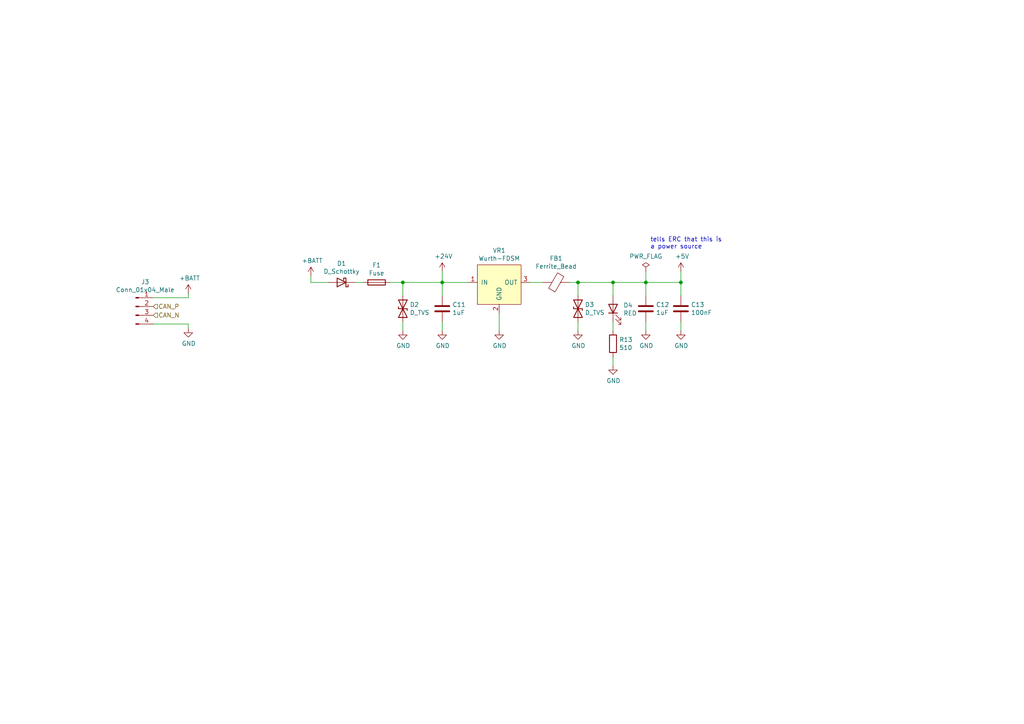
<source format=kicad_sch>
(kicad_sch (version 20230121) (generator eeschema)
  (paper "A4")
  (title_block (title "Vehicle Measurement Unit") (date "2020-02-26") (rev "1.0") (company "KTH Formula Student") (comment 1 "DeV17") (comment 2 "Jordi Altayo") (comment 3 "jordiag@kth.se") (comment 4 "24 to 5 volt power supply\\n\\nDefines the global labels (symbols)"))
  (lib_symbols
    (symbol "Device:C" (pin_numbers hide) (pin_names (offset 0.254))
      (property "Reference" "C" (at 0.635 2.54 0))
      (property "Value" "C" (at 0.635 -2.54 0))
      (symbol "C_0_1"
        (polyline (pts (xy -2.032 -0.762) (xy 2.032 -0.762)) (stroke (width 0.508)))
        (polyline (pts (xy -2.032 0.762) (xy 2.032 0.762)) (stroke (width 0.508)))
      )
      (symbol "C_1_1"
        (pin passive line (at 0 3.81 270) (length 2.794) (name "~") (number "1"))
        (pin passive line (at 0 -3.81 90) (length 2.794) (name "~") (number "2"))
      )
    )
    (symbol "Device:D_Schottky" (pin_numbers hide) (pin_names (offset 1.016) hide)
      (property "Reference" "D" (at 0 2.54 0))
      (property "Value" "D_Schottky" (at 0 -2.54 0))
      (symbol "D_Schottky_0_1"
        (polyline (pts (xy 1.27 0) (xy -1.27 0)))
        (polyline (pts (xy 1.27 1.27) (xy 1.27 -1.27) (xy -1.27 0) (xy 1.27 1.27)) (stroke (width 0.254)))
        (polyline (pts (xy -1.905 0.635) (xy -1.905 1.27) (xy -1.27 1.27) (xy -1.27 -1.27) (xy -0.635 -1.27) (xy -0.635 -0.635)) (stroke (width 0.254)))
      )
      (symbol "D_Schottky_1_1"
        (pin passive line (at -3.81 0 0) (length 2.54) (name "K") (number "1"))
        (pin passive line (at 3.81 0 180) (length 2.54) (name "A") (number "2"))
      )
    )
    (symbol "Device:D_TVS" (pin_numbers hide) (pin_names (offset 1.016) hide)
      (property "Reference" "D" (at 0 2.54 0))
      (property "Value" "D_TVS" (at 0 -2.54 0))
      (symbol "D_TVS_0_1"
        (polyline (pts (xy 1.27 0) (xy -1.27 0)))
        (polyline (pts (xy 0.508 1.27) (xy 0 1.27) (xy 0 -1.27) (xy -0.508 -1.27)) (stroke (width 0.254)))
        (polyline (pts (xy -2.54 1.27) (xy -2.54 -1.27) (xy 2.54 1.27) (xy 2.54 -1.27) (xy -2.54 1.27)) (stroke (width 0.254)))
      )
      (symbol "D_TVS_1_1"
        (pin passive line (at -3.81 0 0) (length 2.54) (name "A1") (number "1"))
        (pin passive line (at 3.81 0 180) (length 2.54) (name "A2") (number "2"))
      )
    )
    (symbol "Device:Fuse" (pin_numbers hide) (pin_names (offset 0))
      (property "Reference" "F" (at 2.032 0 90))
      (property "Value" "Fuse" (at -1.905 0 90))
      (symbol "Fuse_0_1"
        (rectangle (start -0.762 -2.54) (end 0.762 2.54) (stroke (width 0.254)))
        (polyline (pts (xy 0 2.54) (xy 0 -2.54)))
      )
      (symbol "Fuse_1_1"
        (pin passive line (at 0 3.81 270) (length 1.27) (name "~") (number "1"))
        (pin passive line (at 0 -3.81 90) (length 1.27) (name "~") (number "2"))
      )
    )
    (symbol "Device:LED" (pin_numbers hide) (pin_names (offset 1.016) hide)
      (property "Reference" "D" (at 0 2.54 0))
      (property "Value" "LED" (at 0 -2.54 0))
      (symbol "LED_0_1"
        (polyline (pts (xy -1.27 -1.27) (xy -1.27 1.27)) (stroke (width 0.254)))
        (polyline (pts (xy -1.27 0) (xy 1.27 0)))
        (polyline (pts (xy 1.27 -1.27) (xy 1.27 1.27) (xy -1.27 0) (xy 1.27 -1.27)) (stroke (width 0.254)))
        (polyline (pts (xy -3.048 -0.762) (xy -4.572 -2.286) (xy -3.81 -2.286) (xy -4.572 -2.286) (xy -4.572 -1.524)))
        (polyline (pts (xy -1.778 -0.762) (xy -3.302 -2.286) (xy -2.54 -2.286) (xy -3.302 -2.286) (xy -3.302 -1.524)))
      )
      (symbol "LED_1_1"
        (pin passive line (at -3.81 0 0) (length 2.54) (name "K") (number "1"))
        (pin passive line (at 3.81 0 180) (length 2.54) (name "A") (number "2"))
      )
    )
    (symbol "Device:R" (pin_numbers hide) (pin_names (offset 0))
      (property "Reference" "R" (at 2.032 0 90))
      (property "Value" "R" (at 0 0 90))
      (symbol "R_0_1"
        (rectangle (start -1.016 -2.54) (end 1.016 2.54) (stroke (width 0.254)))
      )
      (symbol "R_1_1"
        (pin passive line (at 0 3.81 270) (length 1.27) (name "~") (number "1"))
        (pin passive line (at 0 -3.81 90) (length 1.27) (name "~") (number "2"))
      )
    )
    (symbol "KTHFS:Wurth-FDSM" (pin_names (offset 1.016))
      (property "Reference" "VR" (at -5.08 6.35 0))
      (property "Value" "Wurth-FDSM" (at 0 3.81 0))
      (symbol "Wurth-FDSM_0_1"
        (rectangle (start 6.35 5.08) (end -6.35 -6.35) (fill (type background)))
      )
      (symbol "Wurth-FDSM_1_1"
        (pin power_in line (at -8.89 0 0) (length 2.54) (name "IN") (number "1"))
        (pin power_in line (at 0 -8.89 90) (length 2.54) (name "GND") (number "2"))
        (pin power_out line (at 8.89 0 180) (length 2.54) (name "OUT") (number "3"))
      )
    )
    (symbol "VMU-rescue:Conn_01x04_Male-Connector" (pin_names (offset 1.016) hide)
      (property "Reference" "J" (at 0 5.08 0))
      (property "Value" "Connector_Conn_01x04_Male" (at 0 -7.62 0))
      (symbol "Conn_01x04_Male-Connector_1_1"
        (polyline (pts (xy 1.27 -5.08) (xy 0.8636 -5.08)) (stroke (width 0.1524)))
        (polyline (pts (xy 1.27 -2.54) (xy 0.8636 -2.54)) (stroke (width 0.1524)))
        (polyline (pts (xy 1.27 0) (xy 0.8636 0)) (stroke (width 0.1524)))
        (polyline (pts (xy 1.27 2.54) (xy 0.8636 2.54)) (stroke (width 0.1524)))
        (rectangle (start 0.8636 -4.953) (end 0 -5.207) (stroke (width 0.1524)) (fill (type outline)))
        (rectangle (start 0.8636 -2.413) (end 0 -2.667) (stroke (width 0.1524)) (fill (type outline)))
        (rectangle (start 0.8636 0.127) (end 0 -0.127) (stroke (width 0.1524)) (fill (type outline)))
        (rectangle (start 0.8636 2.667) (end 0 2.413) (stroke (width 0.1524)) (fill (type outline)))
        (pin passive line (at 5.08 2.54 180) (length 3.81) (name "Pin_1") (number "1"))
        (pin passive line (at 5.08 0 180) (length 3.81) (name "Pin_2") (number "2"))
        (pin passive line (at 5.08 -2.54 180) (length 3.81) (name "Pin_3") (number "3"))
        (pin passive line (at 5.08 -5.08 180) (length 3.81) (name "Pin_4") (number "4"))
      )
    )
    (symbol "VMU-rescue:Ferrite_Bead-Device" (pin_numbers hide) (pin_names (offset 0))
      (property "Reference" "FB" (at -3.81 0.635 90))
      (property "Value" "Device_Ferrite_Bead" (at 3.81 0 90))
      (symbol "Ferrite_Bead-Device_0_1"
        (polyline (pts (xy 0 -1.27) (xy 0 -1.2192)))
        (polyline (pts (xy 0 1.27) (xy 0 1.2954)))
        (polyline (pts (xy -2.7686 0.4064) (xy -1.7018 2.2606) (xy 2.7686 -0.3048) (xy 1.6764 -2.159) (xy -2.7686 0.4064)))
      )
      (symbol "Ferrite_Bead-Device_1_1"
        (pin passive line (at 0 3.81 270) (length 2.54) (name "~") (number "1"))
        (pin passive line (at 0 -3.81 90) (length 2.54) (name "~") (number "2"))
      )
    )
    (symbol "power:+24V" (power) (pin_names (offset 0))
      (property "Value" "+24V" (at 0 3.556 0))
      (symbol "+24V_0_1"
        (polyline (pts (xy -0.762 1.27) (xy 0 2.54)))
        (polyline (pts (xy 0 0) (xy 0 2.54)))
        (polyline (pts (xy 0 2.54) (xy 0.762 1.27)))
      )
      (symbol "+24V_1_1"
        (pin power_in line (at 0 0 90) (length 0) hide (name "+24V") (number "1"))
      )
    )
    (symbol "power:+5V" (power) (pin_names (offset 0))
      (property "Value" "+5V" (at 0 3.556 0))
      (symbol "+5V_0_1"
        (polyline (pts (xy -0.762 1.27) (xy 0 2.54)))
        (polyline (pts (xy 0 0) (xy 0 2.54)))
        (polyline (pts (xy 0 2.54) (xy 0.762 1.27)))
      )
      (symbol "+5V_1_1"
        (pin power_in line (at 0 0 90) (length 0) hide (name "+5V") (number "1"))
      )
    )
    (symbol "power:+BATT" (power) (pin_names (offset 0))
      (property "Value" "+BATT" (at 0 3.556 0))
      (symbol "+BATT_0_1"
        (polyline (pts (xy -0.762 1.27) (xy 0 2.54)))
        (polyline (pts (xy 0 0) (xy 0 2.54)))
        (polyline (pts (xy 0 2.54) (xy 0.762 1.27)))
      )
      (symbol "+BATT_1_1"
        (pin power_in line (at 0 0 90) (length 0) hide (name "+BATT") (number "1"))
      )
    )
    (symbol "power:GND" (power) (pin_names (offset 0))
      (property "Value" "GND" (at 0 -3.81 0))
      (symbol "GND_0_1"
        (polyline (pts (xy 0 0) (xy 0 -1.27) (xy 1.27 -1.27) (xy 0 -2.54) (xy -1.27 -1.27) (xy 0 -1.27)))
      )
      (symbol "GND_1_1"
        (pin power_in line (at 0 0 270) (length 0) hide (name "GND") (number "1"))
      )
    )
    (symbol "power:PWR_FLAG" (power) (pin_numbers hide) (pin_names (offset 0) hide)
      (property "Value" "PWR_FLAG" (at 0 3.81 0))
      (symbol "PWR_FLAG_0_0"
        (pin power_out line (at 0 0 90) (length 0) (name "pwr") (number "1"))
      )
      (symbol "PWR_FLAG_0_1"
        (polyline (pts (xy 0 0) (xy 0 1.27) (xy -1.016 1.905) (xy 0 2.54) (xy 1.016 1.905) (xy 0 1.27)))
      )
    )
  )
  (junction (at 177.8 81.915))
  (junction (at 128.27 81.915))
  (junction (at 116.84 81.915))
  (junction (at 197.485 81.915))
  (junction (at 187.325 81.915))
  (junction (at 167.64 81.915))
  (wire (pts (xy 116.84 95.885) (xy 116.84 93.345)))
  (wire (pts (xy 44.45 86.36) (xy 54.61 86.36)))
  (wire (pts (xy 102.87 81.915) (xy 105.41 81.915)))
  (wire (pts (xy 197.485 85.725) (xy 197.485 81.915)))
  (wire (pts (xy 177.8 81.915) (xy 187.325 81.915)))
  (wire (pts (xy 128.27 81.915) (xy 116.84 81.915)))
  (wire (pts (xy 187.325 85.725) (xy 187.325 81.915)))
  (wire (pts (xy 54.61 85.09) (xy 54.61 86.36)))
  (wire (pts (xy 128.27 85.725) (xy 128.27 81.915)))
  (wire (pts (xy 167.64 85.725) (xy 167.64 81.915)))
  (wire (pts (xy 187.325 95.885) (xy 187.325 93.345)))
  (wire (pts (xy 165.1 81.915) (xy 167.64 81.915)))
  (wire (pts (xy 167.64 81.915) (xy 177.8 81.915)))
  (wire (pts (xy 177.8 85.725) (xy 177.8 81.915)))
  (wire (pts (xy 197.485 95.885) (xy 197.485 93.345)))
  (wire (pts (xy 177.8 106.045) (xy 177.8 103.505)))
  (wire (pts (xy 116.84 85.725) (xy 116.84 81.915)))
  (wire (pts (xy 144.78 95.885) (xy 144.78 90.805)))
  (wire (pts (xy 167.64 95.885) (xy 167.64 93.345)))
  (wire (pts (xy 197.485 78.74) (xy 197.485 81.915)))
  (wire (pts (xy 44.45 93.98) (xy 54.61 93.98)))
  (wire (pts (xy 54.61 93.98) (xy 54.61 95.25)))
  (wire (pts (xy 90.17 81.915) (xy 95.25 81.915)))
  (wire (pts (xy 153.67 81.915) (xy 157.48 81.915)))
  (wire (pts (xy 90.17 80.01) (xy 90.17 81.915)))
  (wire (pts (xy 128.27 95.885) (xy 128.27 93.345)))
  (wire (pts (xy 128.27 81.915) (xy 135.89 81.915)))
  (wire (pts (xy 116.84 81.915) (xy 113.03 81.915)))
  (wire (pts (xy 128.27 78.74) (xy 128.27 81.915)))
  (wire (pts (xy 197.485 81.915) (xy 187.325 81.915)))
  (wire (pts (xy 187.325 78.74) (xy 187.325 81.915)))
  (wire (pts (xy 177.8 93.345) (xy 177.8 95.885)))
  (text "tells ERC that this is\na power source" (at 188.595 72.39 0) (effects (font (size 1.27 1.27)) (justify left bottom)))
  (hierarchical_label "CAN_N" (shape input) (at 44.45 91.44 0))
  (hierarchical_label "CAN_P" (shape input) (at 44.45 88.9 0))
  (symbol (lib_id "KTHFS:Wurth-FDSM") (at 144.78 81.915 0) (unit 1)
    (property "Reference" "VR1" (at 144.78 72.644 0))
    (property "Value" "Wurth-FDSM" (at 144.78 74.9554 0))
    (property "Footprint" "KTHFS:Wurth-FDSM" (effects hide))
    (property "Datasheet" "https://katalog.we-online.de/pm/datasheet/173010578.pdf" (effects hide))
  )
  (symbol (lib_id "Device:Fuse") (at 109.22 81.915 270) (unit 1)
    (property "Reference" "F1" (at 109.22 76.9112 90))
    (property "Value" "Fuse" (at 109.22 79.2226 90))
    (property "Footprint" "Fuse:Fuse_1210_3225Metric" (effects hide))
  )
  (symbol (lib_id "Device:D_Schottky") (at 99.06 81.915 180) (unit 1)
    (property "Reference" "D1" (at 99.06 76.4286 0))
    (property "Value" "D_Schottky" (at 99.06 78.74 0))
    (property "Footprint" "Diode_SMD:D_SOD-323" (effects hide))
  )
  (symbol (lib_id "Device:D_TVS") (at 116.84 89.535 270) (unit 1)
    (property "Reference" "D2" (at 118.8466 88.3666 90) (effects (justify left)))
    (property "Value" "D_TVS" (at 118.8466 90.678 90) (effects (justify left)))
    (property "Footprint" "Diode_SMD:D_SOD-323" (effects hide))
  )
  (symbol (lib_id "Device:C") (at 128.27 89.535 0) (unit 1)
    (property "Reference" "C11" (at 131.191 88.3666 0) (effects (justify left)))
    (property "Value" "1uF" (at 131.191 90.678 0) (effects (justify left)))
    (property "Footprint" "Capacitor_SMD:C_0805_2012Metric" (effects hide))
  )
  (symbol (lib_id "power:GND") (at 144.78 95.885 0) (unit 1)
    (property "Reference" "#PWR0103" (effects hide))
    (property "Value" "GND" (at 144.907 100.2792 0))
  )
  (symbol (lib_id "power:GND") (at 128.27 95.885 0) (unit 1)
    (property "Reference" "#PWR0104" (effects hide))
    (property "Value" "GND" (at 128.397 100.2792 0))
  )
  (symbol (lib_id "power:GND") (at 116.84 95.885 0) (unit 1)
    (property "Reference" "#PWR0105" (effects hide))
    (property "Value" "GND" (at 116.967 100.2792 0))
  )
  (symbol (lib_id "Device:D_TVS") (at 167.64 89.535 270) (unit 1)
    (property "Reference" "D3" (at 169.6466 88.3666 90) (effects (justify left)))
    (property "Value" "D_TVS" (at 169.6466 90.678 90) (effects (justify left)))
    (property "Footprint" "Diode_SMD:D_SOD-323" (effects hide))
  )
  (symbol (lib_id "Device:C") (at 187.325 89.535 0) (unit 1)
    (property "Reference" "C12" (at 190.246 88.3666 0) (effects (justify left)))
    (property "Value" "1uF" (at 190.246 90.678 0) (effects (justify left)))
    (property "Footprint" "Capacitor_SMD:C_0805_2012Metric" (effects hide))
  )
  (symbol (lib_id "power:+24V") (at 128.27 78.74 0) (unit 1)
    (property "Reference" "#PWR0106" (effects hide))
    (property "Value" "+24V" (at 128.651 74.3458 0))
  )
  (symbol (lib_id "power:+5V") (at 197.485 78.74 0) (unit 1)
    (property "Reference" "#PWR0107" (effects hide))
    (property "Value" "+5V" (at 197.866 74.3458 0))
  )
  (symbol (lib_id "Device:C") (at 197.485 89.535 0) (unit 1)
    (property "Reference" "C13" (at 200.406 88.3666 0) (effects (justify left)))
    (property "Value" "100nF" (at 200.406 90.678 0) (effects (justify left)))
    (property "Footprint" "Capacitor_SMD:C_0603_1608Metric" (effects hide))
  )
  (symbol (lib_id "power:GND") (at 167.64 95.885 0) (unit 1)
    (property "Reference" "#PWR0108" (effects hide))
    (property "Value" "GND" (at 167.767 100.2792 0))
  )
  (symbol (lib_id "power:GND") (at 187.325 95.885 0) (unit 1)
    (property "Reference" "#PWR0109" (effects hide))
    (property "Value" "GND" (at 187.452 100.2792 0))
  )
  (symbol (lib_id "power:GND") (at 197.485 95.885 0) (unit 1)
    (property "Reference" "#PWR0110" (effects hide))
    (property "Value" "GND" (at 197.612 100.2792 0))
  )
  (symbol (lib_id "power:PWR_FLAG") (at 187.325 78.74 0) (unit 1)
    (property "Reference" "#FLG0101" (effects hide))
    (property "Value" "PWR_FLAG" (at 187.325 74.3458 0))
  )
  (symbol (lib_id "Device:LED") (at 177.8 89.535 90) (unit 1)
    (property "Reference" "D4" (at 180.7972 88.5444 90) (effects (justify right)))
    (property "Value" "RED" (at 180.7972 90.8558 90) (effects (justify right)))
    (property "Footprint" "LED_SMD:LED_0603_1608Metric" (effects hide))
  )
  (symbol (lib_id "Device:R") (at 177.8 99.695 0) (unit 1)
    (property "Reference" "R13" (at 179.578 98.5266 0) (effects (justify left)))
    (property "Value" "510" (at 179.578 100.838 0) (effects (justify left)))
    (property "Footprint" "Resistor_SMD:R_0603_1608Metric" (effects hide))
  )
  (symbol (lib_id "VMU-rescue:Ferrite_Bead-Device") (at 161.29 81.915 270) (unit 1)
    (property "Reference" "FB1" (at 161.29 74.9554 90))
    (property "Value" "Ferrite_Bead" (at 161.29 77.2668 90))
    (property "Footprint" "Inductor_SMD:L_0805_2012Metric" (effects hide))
  )
  (symbol (lib_id "power:GND") (at 177.8 106.045 0) (unit 1)
    (property "Reference" "#PWR0111" (effects hide))
    (property "Value" "GND" (at 177.927 110.4392 0))
  )
  (symbol (lib_id "power:GND") (at 54.61 95.25 0) (unit 1)
    (property "Reference" "#PWR025" (effects hide))
    (property "Value" "GND" (at 54.737 99.6442 0))
    (instances (project "VMU" (path "" (reference "#PWR025") (unit 1)) (path "" (reference "#PWR?") (unit 1))))
  )
  (symbol (lib_id "VMU-rescue:Conn_01x04_Male-Connector") (at 39.37 88.9 0) (unit 1)
    (property "Reference" "J3" (at 42.1132 81.7626 0))
    (property "Value" "Conn_01x04_Male" (at 42.1132 84.074 0))
    (property "Footprint" "KTHFS:Wurth-MM_female_4" (effects hide))
    (instances (project "VMU" (path "" (reference "J3") (unit 1)) (path "" (reference "J?") (unit 1)) (path "" (reference "J3") (unit 1))))
  )
  (symbol (lib_id "power:+BATT") (at 90.17 80.01 0) (unit 1)
    (property "Reference" "#PWR0112" (effects hide))
    (property "Value" "+BATT" (at 90.551 75.6158 0))
  )
  (symbol (lib_id "power:+BATT") (at 54.61 85.09 0) (unit 1)
    (property "Reference" "#PWR0113" (effects hide))
    (property "Value" "+BATT" (at 54.991 80.6958 0))
  )
)
</source>
